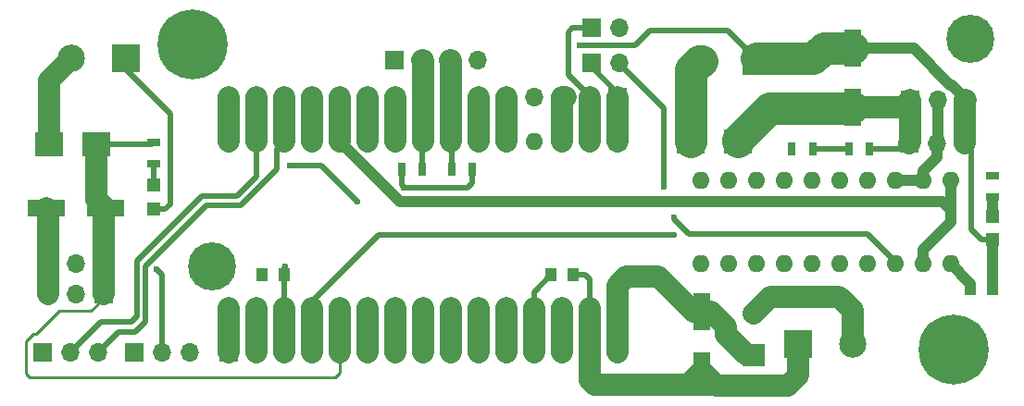
<source format=gtl>
G04 #@! TF.FileFunction,Copper,L1,Top,Signal*
%FSLAX46Y46*%
G04 Gerber Fmt 4.6, Leading zero omitted, Abs format (unit mm)*
G04 Created by KiCad (PCBNEW 4.0.6+dfsg1-1) date Mon Feb 26 19:32:00 2018*
%MOMM*%
%LPD*%
G01*
G04 APERTURE LIST*
%ADD10C,0.100000*%
%ADD11R,1.700000X1.700000*%
%ADD12O,1.700000X1.700000*%
%ADD13R,1.600000X1.600000*%
%ADD14O,1.600000X1.600000*%
%ADD15R,1.000000X1.250000*%
%ADD16C,1.998980*%
%ADD17R,1.998980X1.998980*%
%ADD18R,2.499360X2.301240*%
%ADD19R,0.700000X1.300000*%
%ADD20R,1.198880X1.198880*%
%ADD21R,1.300000X0.700000*%
%ADD22R,1.600000X3.500000*%
%ADD23R,3.500000X1.600000*%
%ADD24R,2.500000X2.500000*%
%ADD25C,2.500000*%
%ADD26R,2.500000X2.300000*%
%ADD27C,6.400000*%
%ADD28C,0.600000*%
%ADD29C,4.400000*%
%ADD30R,1.200000X1.200000*%
%ADD31C,0.500000*%
%ADD32C,2.000000*%
%ADD33C,1.000000*%
%ADD34C,0.250000*%
%ADD35C,3.000000*%
G04 APERTURE END LIST*
D10*
D11*
X1981200Y4648200D03*
D12*
X4521200Y4648200D03*
X7061200Y4648200D03*
D13*
X54559200Y23952200D03*
D14*
X21539200Y8712200D03*
X52019200Y23952200D03*
X24079200Y8712200D03*
X49479200Y23952200D03*
X26619200Y8712200D03*
X46939200Y23952200D03*
X29159200Y8712200D03*
X44399200Y23952200D03*
X31699200Y8712200D03*
X41859200Y23952200D03*
X34239200Y8712200D03*
X39319200Y23952200D03*
X36779200Y8712200D03*
X36779200Y23952200D03*
X39319200Y8712200D03*
X34239200Y23952200D03*
X41859200Y8712200D03*
X31699200Y23952200D03*
X44399200Y8712200D03*
X29159200Y23952200D03*
X46939200Y8712200D03*
X26619200Y23952200D03*
X49479200Y8712200D03*
X24079200Y23952200D03*
X52019200Y8712200D03*
X21539200Y23952200D03*
X54559200Y8712200D03*
X18999200Y23952200D03*
X18999200Y8712200D03*
D15*
X48479200Y11760200D03*
X50479200Y11760200D03*
X86833200Y10490200D03*
X88833200Y10490200D03*
X24063200Y11760200D03*
X22063200Y11760200D03*
D16*
X67005200Y8204200D03*
D17*
X67005200Y4394200D03*
D18*
X65598040Y23952200D03*
X61300360Y23952200D03*
D19*
X77607200Y23317200D03*
X75707200Y23317200D03*
X72400200Y23317200D03*
X70500200Y23317200D03*
D14*
X85039200Y20396200D03*
X82499200Y20396200D03*
X79959200Y20396200D03*
X77419200Y20396200D03*
X74879200Y20396200D03*
X72339200Y20396200D03*
X69799200Y20396200D03*
X67259200Y20396200D03*
X64719200Y20396200D03*
X62179200Y20396200D03*
X62179200Y12776200D03*
X64719200Y12776200D03*
X67259200Y12776200D03*
X69799200Y12776200D03*
X72339200Y12776200D03*
X74879200Y12776200D03*
X77419200Y12776200D03*
X79959200Y12776200D03*
X82499200Y12776200D03*
X85039200Y12776200D03*
D20*
X88849200Y17127220D03*
X88849200Y15029180D03*
D21*
X88849200Y20838200D03*
X88849200Y18938200D03*
D11*
X52171600Y34366200D03*
D12*
X54711600Y34366200D03*
D11*
X52171600Y31165800D03*
D12*
X54711600Y31165800D03*
D19*
X41285200Y21412200D03*
X39385200Y21412200D03*
X34813200Y21412200D03*
X36713200Y21412200D03*
D22*
X62306200Y8364200D03*
X62306200Y2964200D03*
X76047600Y27145000D03*
X76047600Y32545000D03*
D23*
X7729200Y17856200D03*
X2329200Y17856200D03*
D11*
X81330800Y27813000D03*
D12*
X83870800Y27813000D03*
X86410800Y27813000D03*
D11*
X81280000Y23850600D03*
D12*
X83820000Y23850600D03*
X86360000Y23850600D03*
D11*
X7569200Y9982200D03*
D12*
X5029200Y9982200D03*
X2489200Y9982200D03*
D11*
X54559200Y28016200D03*
D12*
X52019200Y28016200D03*
X49479200Y28016200D03*
X46939200Y28016200D03*
X44399200Y28016200D03*
X41859200Y28016200D03*
X39319200Y28016200D03*
X36779200Y28016200D03*
X34239200Y28016200D03*
X31699200Y28016200D03*
X29159200Y28016200D03*
X26619200Y28016200D03*
X24079200Y28016200D03*
X21539200Y28016200D03*
X18999200Y28016200D03*
D11*
X18999200Y4648200D03*
D12*
X21539200Y4648200D03*
X24079200Y4648200D03*
X26619200Y4648200D03*
X29159200Y4648200D03*
X31699200Y4648200D03*
X34239200Y4648200D03*
X36779200Y4648200D03*
X39319200Y4648200D03*
X41859200Y4648200D03*
X44399200Y4648200D03*
X46939200Y4648200D03*
X49479200Y4648200D03*
X52019200Y4648200D03*
X54559200Y4648200D03*
D11*
X34188400Y31470600D03*
D12*
X36728400Y31470600D03*
X39268400Y31470600D03*
X41808400Y31470600D03*
D11*
X7569200Y12776200D03*
D12*
X5029200Y12776200D03*
X2489200Y12776200D03*
D24*
X67259200Y31318200D03*
D25*
X62259200Y31318200D03*
D24*
X71069200Y5410200D03*
D25*
X76069200Y5410200D03*
D24*
X9601200Y31572200D03*
D25*
X4601200Y31572200D03*
D11*
X10363200Y4648200D03*
D12*
X12903200Y4648200D03*
X15443200Y4648200D03*
D26*
X6925200Y23698200D03*
X2625200Y23698200D03*
D27*
X85293200Y4902200D03*
D28*
X87693200Y4902200D03*
X86990256Y3205144D03*
X85293200Y2502200D03*
X83596144Y3205144D03*
X82893200Y4902200D03*
X83596144Y6599256D03*
X85293200Y7302200D03*
X86990256Y6599256D03*
D27*
X15697200Y32842200D03*
D28*
X18097200Y32842200D03*
X17394256Y31145144D03*
X15697200Y30442200D03*
X14000144Y31145144D03*
X13297200Y32842200D03*
X14000144Y34539256D03*
X15697200Y35242200D03*
X17394256Y34539256D03*
D29*
X17475200Y12522200D03*
X86817200Y33350200D03*
D30*
X12141200Y19972200D03*
X12141200Y17772200D03*
D21*
X12141200Y23886200D03*
X12141200Y21986200D03*
D28*
X30784800Y18465800D03*
X24587200Y21793200D03*
X35052000Y19786600D03*
X48479200Y11760200D03*
X24180800Y12522200D03*
X59740800Y15468600D03*
X73609200Y23291800D03*
X2329200Y17856200D03*
X22063200Y11760200D03*
X51130200Y32778700D03*
X70500200Y23317200D03*
X12395200Y12268200D03*
X88912700Y20840700D03*
X59740800Y17043400D03*
X58775600Y19837400D03*
D31*
X54559200Y28016200D02*
X54559200Y28422600D01*
X54559200Y28422600D02*
X52171600Y30810200D01*
X52171600Y30810200D02*
X52171600Y31165800D01*
D32*
X54559200Y23952200D02*
X54559200Y28016200D01*
D31*
X52019200Y28016200D02*
X52019200Y28168600D01*
X52019200Y28168600D02*
X50088800Y30099000D01*
X50444400Y34366200D02*
X52171600Y34366200D01*
X50088800Y34010600D02*
X50444400Y34366200D01*
X50088800Y30099000D02*
X50088800Y34010600D01*
D32*
X52019200Y23952200D02*
X52019200Y28016200D01*
D31*
X27457400Y21793200D02*
X24587200Y21793200D01*
X27457400Y21793200D02*
X30784800Y18465800D01*
X46939200Y10220200D02*
X48479200Y11760200D01*
X46939200Y8712200D02*
X46939200Y10220200D01*
X24063200Y11760200D02*
X24063200Y12404600D01*
X24063200Y12404600D02*
X24180800Y12522200D01*
X24079200Y8712200D02*
X24079200Y11744200D01*
X24079200Y11744200D02*
X24063200Y11760200D01*
X41285200Y21412200D02*
X41285200Y20177800D01*
X40894000Y19786600D02*
X35052000Y19786600D01*
X41285200Y20177800D02*
X40894000Y19786600D01*
X35052000Y19786600D02*
X35026600Y19812000D01*
X35026600Y19812000D02*
X34813200Y20025400D01*
X34813200Y20025400D02*
X34813200Y21412200D01*
D33*
X86833200Y10490200D02*
X86833200Y10982200D01*
X86833200Y10982200D02*
X85039200Y12776200D01*
D32*
X46939200Y8712200D02*
X46939200Y4648200D01*
X24079200Y4648200D02*
X24079200Y8712200D01*
D31*
X32715200Y15468600D02*
X59740800Y15468600D01*
X26619200Y9372600D02*
X32715200Y15468600D01*
D34*
X73609200Y23291800D02*
X73609200Y23317200D01*
X73609200Y23317200D02*
X73609200Y23291800D01*
X73609200Y23291800D02*
X73609200Y23317200D01*
D31*
X26619200Y8712200D02*
X26619200Y9372600D01*
X72400200Y23317200D02*
X73609200Y23317200D01*
X73609200Y23317200D02*
X75707200Y23317200D01*
D32*
X26619200Y4648200D02*
X26619200Y8712200D01*
D31*
X12141200Y17772200D02*
X13200200Y17772200D01*
X13665200Y26492200D02*
X9601200Y30556200D01*
X13665200Y18237200D02*
X13665200Y26492200D01*
X13200200Y17772200D02*
X13665200Y18237200D01*
X9601200Y30556200D02*
X9601200Y31572200D01*
D32*
X2489200Y17696200D02*
X2329200Y17856200D01*
X2489200Y12776200D02*
X2489200Y17696200D01*
X2489200Y9982200D02*
X2489200Y12776200D01*
D31*
X22063200Y11885200D02*
X22063200Y11760200D01*
X67259200Y31318200D02*
X67259200Y31508700D01*
X67259200Y31508700D02*
X64655700Y34112200D01*
X64655700Y34112200D02*
X57543700Y34112200D01*
X57543700Y34112200D02*
X56210200Y32778700D01*
X56210200Y32778700D02*
X51130200Y32778700D01*
X67259200Y31572200D02*
X67106800Y31572200D01*
D35*
X67259200Y31572200D02*
X72440800Y31572200D01*
X73413600Y32545000D02*
X76047600Y32545000D01*
X72440800Y31572200D02*
X73413600Y32545000D01*
D31*
X88849200Y15029180D02*
X87815420Y15029180D01*
X86918800Y15925800D02*
X86918800Y23291800D01*
X87815420Y15029180D02*
X86918800Y15925800D01*
X86918800Y23291800D02*
X86360000Y23850600D01*
X50479200Y11760200D02*
X51612800Y11760200D01*
X52019200Y11353800D02*
X52019200Y8712200D01*
X51612800Y11760200D02*
X52019200Y11353800D01*
D32*
X61043800Y1701800D02*
X63568600Y1701800D01*
X63568600Y1701800D02*
X63619400Y1651000D01*
X52019200Y4648200D02*
X52019200Y2159000D01*
X61043800Y1701800D02*
X62306200Y2964200D01*
X52476400Y1701800D02*
X61043800Y1701800D01*
X52019200Y2159000D02*
X52476400Y1701800D01*
X71069200Y5410200D02*
X71069200Y2565400D01*
X70154800Y1651000D02*
X69900800Y1651000D01*
X69900800Y1651000D02*
X63619400Y1651000D01*
X71069200Y2565400D02*
X70154800Y1651000D01*
X63619400Y1651000D02*
X62306200Y2964200D01*
D33*
X88849200Y15029180D02*
X88849200Y10506200D01*
X88849200Y10506200D02*
X88833200Y10490200D01*
X86410800Y27813000D02*
X86410800Y27914600D01*
X86410800Y27914600D02*
X85140800Y29184600D01*
X81628000Y32494200D02*
X73990200Y32494200D01*
X84937600Y29184600D02*
X81628000Y32494200D01*
X85140800Y29184600D02*
X84937600Y29184600D01*
D32*
X86360000Y23850600D02*
X86360000Y27762200D01*
X86360000Y27762200D02*
X86410800Y27813000D01*
D35*
X67259200Y31572200D02*
X68021200Y31572200D01*
D32*
X52019200Y8712200D02*
X52019200Y4648200D01*
D31*
X6925200Y23698200D02*
X11953200Y23698200D01*
X11953200Y23698200D02*
X12141200Y23886200D01*
D34*
X7569200Y9982200D02*
X7569200Y9601200D01*
X7569200Y9601200D02*
X6426200Y8458200D01*
X29159200Y2806700D02*
X29159200Y4648200D01*
X28714700Y2362200D02*
X29159200Y2806700D01*
X838200Y2362200D02*
X28714700Y2362200D01*
X457200Y2743200D02*
X838200Y2362200D01*
X457200Y5664200D02*
X457200Y2743200D01*
X1155700Y6362700D02*
X457200Y5664200D01*
X1409700Y6362700D02*
X1155700Y6362700D01*
X3505200Y8458200D02*
X1409700Y6362700D01*
X6426200Y8458200D02*
X3505200Y8458200D01*
D32*
X7569200Y9982200D02*
X7569200Y12776200D01*
X7569200Y12776200D02*
X7569200Y17696200D01*
X7569200Y17696200D02*
X7729200Y17856200D01*
X6925200Y23698200D02*
X6925200Y18660200D01*
X6925200Y18660200D02*
X7729200Y17856200D01*
X29159200Y4648200D02*
X29159200Y8712200D01*
X44399200Y23952200D02*
X44399200Y28016200D01*
X31699200Y8712200D02*
X31699200Y4648200D01*
D33*
X29159200Y23952200D02*
X34645600Y18465800D01*
X84277200Y18465800D02*
X85039200Y17703800D01*
X34645600Y18465800D02*
X84277200Y18465800D01*
X82499200Y12776200D02*
X82499200Y14046200D01*
X82499200Y14046200D02*
X85039200Y16586200D01*
X85039200Y16586200D02*
X85039200Y17703800D01*
X85039200Y17703800D02*
X85039200Y20396200D01*
D32*
X29159200Y23952200D02*
X29159200Y28016200D01*
X34239200Y8712200D02*
X34239200Y4648200D01*
X39319200Y28016200D02*
X39319200Y31419800D01*
X39319200Y31419800D02*
X39268400Y31470600D01*
D31*
X39385200Y21412200D02*
X39385200Y23886200D01*
X39385200Y23886200D02*
X39319200Y23952200D01*
D32*
X39319200Y23952200D02*
X39319200Y28016200D01*
X36779200Y8712200D02*
X36779200Y4648200D01*
X36779200Y28016200D02*
X36779200Y31419800D01*
X36779200Y31419800D02*
X36728400Y31470600D01*
D31*
X36713200Y21412200D02*
X36713200Y23886200D01*
X36713200Y23886200D02*
X36779200Y23952200D01*
D32*
X36779200Y28016200D02*
X36779200Y23952200D01*
X36779200Y28016200D02*
X36779200Y28422600D01*
X39319200Y8712200D02*
X39319200Y4648200D01*
X34239200Y23952200D02*
X34239200Y28016200D01*
X41859200Y8712200D02*
X41859200Y4648200D01*
D31*
X12903200Y4648200D02*
X12903200Y11760200D01*
X12903200Y11760200D02*
X12395200Y12268200D01*
D32*
X31699200Y23952200D02*
X31699200Y28016200D01*
X44399200Y8712200D02*
X44399200Y4648200D01*
X26619200Y23952200D02*
X26619200Y28016200D01*
D31*
X7061200Y4648200D02*
X8966200Y6553200D01*
X23444200Y23317200D02*
X24079200Y23952200D01*
X23444200Y21412200D02*
X23444200Y23317200D01*
X20142200Y18110200D02*
X23444200Y21412200D01*
X16967200Y18110200D02*
X20142200Y18110200D01*
X11379200Y12522200D02*
X16967200Y18110200D01*
X11379200Y7442200D02*
X11379200Y12522200D01*
X10490200Y6553200D02*
X11379200Y7442200D01*
X8966200Y6553200D02*
X10490200Y6553200D01*
D32*
X24079200Y28016200D02*
X24079200Y23952200D01*
D31*
X23952200Y23825200D02*
X24079200Y23952200D01*
X21539200Y23952200D02*
X21539200Y20777200D01*
X7315200Y7442200D02*
X4521200Y4648200D01*
X10109200Y7442200D02*
X7315200Y7442200D01*
X10617200Y7950200D02*
X10109200Y7442200D01*
X10617200Y13030200D02*
X10617200Y7950200D01*
X16586200Y18999200D02*
X10617200Y13030200D01*
X19761200Y18999200D02*
X16586200Y18999200D01*
X21539200Y20777200D02*
X19761200Y18999200D01*
X21539200Y23952200D02*
X21285200Y23952200D01*
X21539200Y23952200D02*
X21539200Y23444200D01*
D32*
X21539200Y28016200D02*
X21539200Y23952200D01*
X54559200Y8712200D02*
X54559200Y10795000D01*
X58267600Y11607800D02*
X61511200Y8364200D01*
X55372000Y11607800D02*
X58267600Y11607800D01*
X54559200Y10795000D02*
X55372000Y11607800D01*
X61511200Y8364200D02*
X62306200Y8364200D01*
X62306200Y8364200D02*
X63136800Y8364200D01*
X64465200Y6324600D02*
X66395600Y4394200D01*
X64465200Y7035800D02*
X64465200Y6324600D01*
X63136800Y8364200D02*
X64465200Y7035800D01*
X66395600Y4394200D02*
X67005200Y4394200D01*
X54559200Y8712200D02*
X54559200Y4648200D01*
X18999200Y28016200D02*
X18999200Y23952200D01*
X18999200Y8712200D02*
X18999200Y4648200D01*
D31*
X88912700Y20840700D02*
X88910200Y20838200D01*
X88910200Y20838200D02*
X88849200Y20838200D01*
D35*
X72745600Y27000200D02*
X75902800Y27000200D01*
X75902800Y27000200D02*
X76047600Y27145000D01*
D31*
X88813600Y20838200D02*
X88849200Y20838200D01*
X77607200Y23317200D02*
X80746600Y23317200D01*
X80746600Y23317200D02*
X81280000Y23850600D01*
D32*
X81330800Y27813000D02*
X81330800Y23901400D01*
X81330800Y23901400D02*
X81280000Y23850600D01*
X73990200Y27094200D02*
X80612000Y27094200D01*
X80612000Y27094200D02*
X81330800Y27813000D01*
D35*
X65598040Y23952200D02*
X65598040Y24170640D01*
X65598040Y24170640D02*
X68427600Y27000200D01*
X68427600Y27000200D02*
X72745600Y27000200D01*
X72745600Y27000200D02*
X72999600Y27000200D01*
D32*
X76069200Y5410200D02*
X76069200Y8538200D01*
X68580000Y9779000D02*
X67005200Y8204200D01*
X74828400Y9779000D02*
X68580000Y9779000D01*
X76069200Y8538200D02*
X74828400Y9779000D01*
D35*
X62259200Y31318200D02*
X62005200Y31318200D01*
X62005200Y31318200D02*
X61300360Y30613360D01*
X61300360Y30613360D02*
X62259200Y31318200D01*
X61300360Y23952200D02*
X61300360Y30613360D01*
D33*
X82499200Y20396200D02*
X79959200Y20396200D01*
X83820000Y23850600D02*
X83820000Y22580600D01*
X82499200Y21259800D02*
X82499200Y20396200D01*
X83820000Y22580600D02*
X82499200Y21259800D01*
X83870800Y27813000D02*
X83870800Y23901400D01*
X83870800Y23901400D02*
X83820000Y23850600D01*
D32*
X21539200Y4648200D02*
X21539200Y8712200D01*
X49479200Y23952200D02*
X49479200Y27676202D01*
X49479200Y27676202D02*
X49819198Y28016200D01*
X49819198Y28016200D02*
X49479200Y28016200D01*
X49479200Y8712200D02*
X49479200Y4648200D01*
D33*
X88849200Y17127220D02*
X88849200Y18554700D01*
D31*
X79959200Y12776200D02*
X79959200Y12979400D01*
X79959200Y12979400D02*
X77419200Y15519400D01*
X77419200Y15519400D02*
X61112400Y15519400D01*
X61112400Y15519400D02*
X59740800Y16891000D01*
X59740800Y16891000D02*
X59740800Y17043400D01*
X54711600Y31165800D02*
X54711600Y31064200D01*
X54711600Y31064200D02*
X58775600Y27000200D01*
X58775600Y27000200D02*
X58775600Y19837400D01*
D32*
X41859200Y23952200D02*
X41859200Y28016200D01*
X2625200Y23698200D02*
X2625200Y29596200D01*
X2625200Y29596200D02*
X4601200Y31572200D01*
D31*
X12141200Y19972200D02*
X12141200Y21986200D01*
M02*

</source>
